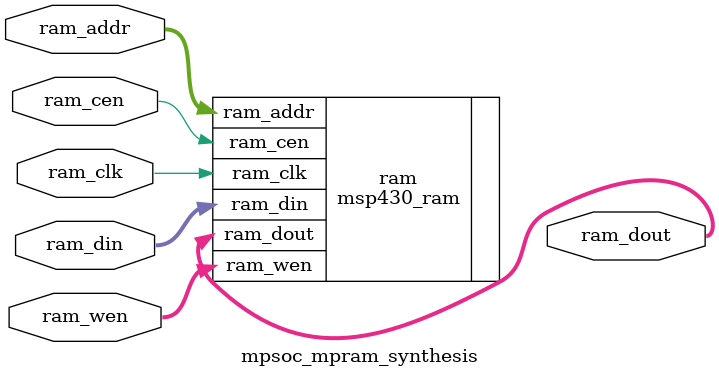
<source format=sv>

/* Copyright (c) 2015-2016 by the author(s)
 *
 * Redistribution and use in source and binary forms, with or without
 * modification, are permitted provided that the following conditions
 * are met:
 *     * Redistributions of source code must retain the above copyright
 *       notice, this list of conditions and the following disclaimer.
 *     * Redistributions in binary form must reproduce the above copyright
 *       notice, this list of conditions and the following disclaimer in the
 *       documentation and/or other materials provided with the distribution.
 *     * Neither the name of the authors nor the names of its contributors
 *       may be used to endorse or promote products derived from this software
 *       without specific prior written permission.
 *
 * THIS SOFTWARE IS PROVIDED BY THE COPYRIGHT HOLDERS AND CONTRIBUTORS "AS IS"
 * AND ANY EXPRESS OR IMPLIED WARRANTIES, INCLUDING, BUT NOT LIMITED TO, THE
 * IMPLIED WARRANTIES OF MERCHANTABILITY AND FITNESS FOR A PARTICULAR PURPOSE
 * ARE DISCLAIMED. IN NO EVENT SHALL THE COPYRIGHT HOLDER OR CONTRIBUTORS BE
 * LIABLE FOR ANY DIRECT, INDIRECT, INCIDENTAL, SPECIAL, EXEMPLARY,
 * OR CONSEQUENTIAL DAMAGES (INCLUDING, BUT NOT LIMITED TO, PROCUREMENT OF
 * SUBSTITUTE GOODS OR SERVICES; LOSS OF USE, DATA, OR PROFITS; OR BUSINESS
 * INTERRUPTION) HOWEVER CAUSED AND ON ANY THEORY OF LIABILITY, WHETHER IN
 * CONTRACT, STRICT LIABILITY, OR TORT (INCLUDING NEGLIGENCE OR OTHERWISE)
 * ARISING IN ANY WAY OUT OF THE USE OF THIS SOFTWARE, EVEN IF ADVISED OF
 * THE POSSIBILITY OF SUCH DAMAGE
 *
 * =============================================================================
 * Author(s):
 *   Olivier Girard <olgirard@gmail.com>
 *   Paco Reina Campo <pacoreinacampo@queenfield.tech>
 */

module mpsoc_mpram_synthesis #(
  parameter AW       =   6,  // Address bus
  parameter DW       =  16,  // Data bus
  parameter MEM_SIZE = 256   // Memory size in bytes
)
  (
    input              ram_clk,        // RAM clock

    input     [AW-1:0] ram_addr,       // RAM address
    output    [DW-1:0] ram_dout,       // RAM data output
    input     [DW-1:0] ram_din,        // RAM data input
    input              ram_cen,        // RAM chip enable (low active)
    input        [1:0] ram_wen         // RAM write enable (low active)
  );

  //////////////////////////////////////////////////////////////////
  //
  // Module Body
  //

  //DUT BB
  msp430_ram #(
    .AW       ( AW ),
    .DW       ( DW ),
    .MEM_SIZE ( MEM_SIZE )
  )
  ram (
    .ram_clk   ( ram_clk ),

    .ram_addr ( ram_addr ),
    .ram_dout ( ram_dout ),
    .ram_din  ( ram_din  ),
    .ram_cen  ( ram_cen  ),
    .ram_wen  ( ram_wen  )
  );
endmodule // msp430_ram

</source>
